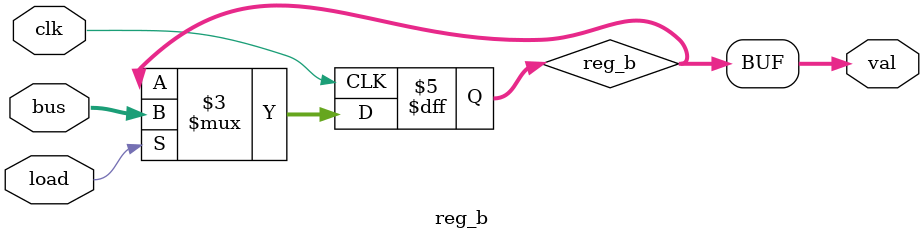
<source format=v>
module reg_b(
	input clk,
	input load,
	input[7:0] bus,
	output[7:0] val);

reg[7:0] reg_b = 0;

always @(posedge clk) begin
	if (load) begin
		reg_b <= bus;
	end
end

assign val = reg_b;

endmodule


</source>
